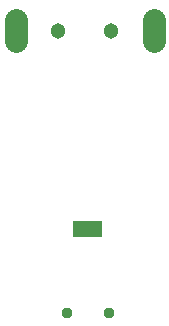
<source format=gbr>
G04 EAGLE Gerber RS-274X export*
G75*
%MOMM*%
%FSLAX34Y34*%
%LPD*%
%INSoldermask Bottom*%
%IPPOS*%
%AMOC8*
5,1,8,0,0,1.08239X$1,22.5*%
G01*
%ADD10C,0.953200*%
%ADD11C,1.981200*%
%ADD12C,1.303200*%
%ADD13C,1.003200*%
%ADD14R,0.838200X1.473200*%


D10*
X98000Y19500D03*
X62000Y19500D03*
D11*
X136000Y249810D02*
X136000Y267590D01*
X19000Y267590D02*
X19000Y249810D01*
D12*
X100000Y258000D03*
X55000Y258000D03*
D13*
X19000Y254700D03*
X19000Y250700D03*
X19000Y262700D03*
X19000Y266700D03*
X136000Y254700D03*
X136000Y250700D03*
X136000Y262700D03*
X136000Y266700D03*
D14*
X71872Y90000D03*
X80000Y90000D03*
X88128Y90000D03*
M02*

</source>
